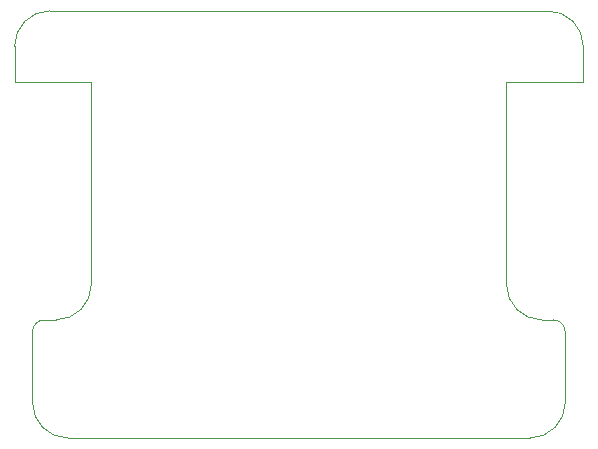
<source format=gbr>
%TF.GenerationSoftware,KiCad,Pcbnew,(6.0.7-1)-1*%
%TF.CreationDate,2023-10-30T20:01:35+10:00*%
%TF.ProjectId,GAUGE_Analog Instruments-12v,47415547-455f-4416-9e61-6c6f6720496e,rev?*%
%TF.SameCoordinates,Original*%
%TF.FileFunction,Profile,NP*%
%FSLAX46Y46*%
G04 Gerber Fmt 4.6, Leading zero omitted, Abs format (unit mm)*
G04 Created by KiCad (PCBNEW (6.0.7-1)-1) date 2023-10-30 20:01:35*
%MOMM*%
%LPD*%
G01*
G04 APERTURE LIST*
%TA.AperFunction,Profile*%
%ADD10C,0.050000*%
%TD*%
G04 APERTURE END LIST*
D10*
X160384281Y-111867951D02*
X199491250Y-111867951D01*
X197515515Y-81684574D02*
X197515515Y-98867952D01*
X201004458Y-75705452D02*
X158854764Y-75705452D01*
X204015516Y-78706075D02*
G75*
G03*
X201004458Y-75705452I-2986216J14475D01*
G01*
X204015515Y-81684574D02*
X204015515Y-78706075D01*
X157384249Y-108867951D02*
G75*
G03*
X160384281Y-111867951I3000051J51D01*
G01*
X159360016Y-101867951D02*
X158384281Y-101867951D01*
X197515515Y-81684574D02*
X204015515Y-81684574D01*
X197515548Y-98867952D02*
G75*
G03*
X200515515Y-101867952I2999952J-48D01*
G01*
X158854764Y-75705473D02*
G75*
G03*
X155865515Y-78705452I-64J-2989204D01*
G01*
X157384281Y-108867951D02*
X157384281Y-102867328D01*
X155865515Y-81684574D02*
X155865515Y-78705452D01*
X162365515Y-81684574D02*
X162365515Y-98867952D01*
X158384281Y-101867951D02*
G75*
G03*
X157384281Y-102867328I15J-1000015D01*
G01*
X199491250Y-111867950D02*
G75*
G03*
X202491250Y-108867951I-50J3000050D01*
G01*
X200515515Y-101867951D02*
X201491250Y-101867951D01*
X162365515Y-81684574D02*
X155865515Y-81684574D01*
X159360016Y-101867952D02*
G75*
G03*
X162365515Y-98867952I5541J2999953D01*
G01*
X202491349Y-102867951D02*
G75*
G03*
X201491250Y-101867951I-1000049J-49D01*
G01*
X202491250Y-108867951D02*
X202491250Y-102867951D01*
M02*

</source>
